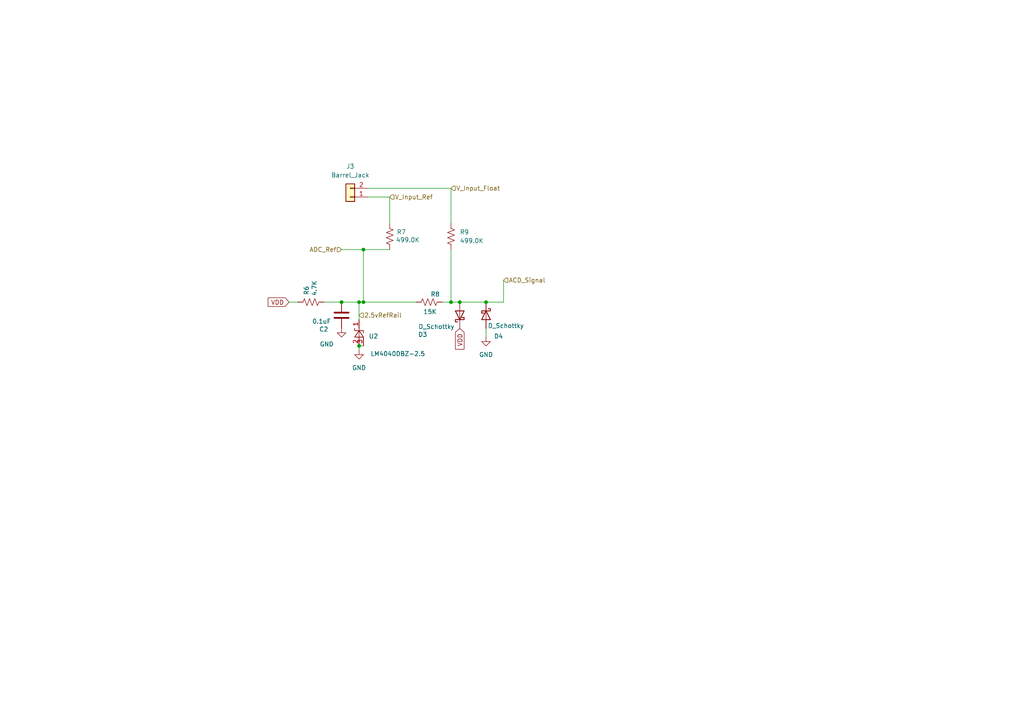
<source format=kicad_sch>
(kicad_sch (version 20250114) (generator "eeschema") (generator_version "9.0")
  (paper "A4")
  (lib_symbols
    (symbol "Connector_Generic:Conn_01x02" (pin_names (offset 1.016) (hide yes))
      (property "Reference" "J" (at 0 2.54 0))
      (property "Value" "Conn_01x02" (at 0 -5.08 0))
      (symbol "Conn_01x02_1_1"
        (rectangle (start -1.27 1.27) (end 1.27 -3.81) (stroke (width 0.254)) (fill (type background)))
        (rectangle (start -1.27 0.127) (end 0 -0.127) (stroke (width 0.1524)))
        (rectangle (start -1.27 -2.413) (end 0 -2.667) (stroke (width 0.1524)))
        (pin passive line (at -5.08 0 0) (length 3.81) (name "Pin_1") (number "1"))
        (pin passive line (at -5.08 -2.54 0) (length 3.81) (name "Pin_2") (number "2"))
      )
    )
    (symbol "Device:C" (pin_numbers (hide yes)) (pin_names (offset 0.254))
      (property "Reference" "C" (at 0.635 2.54 0))
      (property "Value" "C" (at 0.635 -2.54 0))
      (symbol "C_0_1"
        (polyline (pts (xy -2.032 0.762) (xy 2.032 0.762)) (stroke (width 0.508)))
        (polyline (pts (xy -2.032 -0.762) (xy 2.032 -0.762)) (stroke (width 0.508)))
      )
      (symbol "C_1_1"
        (pin passive line (at 0 3.81 270) (length 2.794) (name "~") (number "1"))
        (pin passive line (at 0 -3.81 90) (length 2.794) (name "~") (number "2"))
      )
    )
    (symbol "Device:D_Schottky" (pin_numbers (hide yes)) (pin_names (offset 1.016) (hide yes))
      (property "Reference" "D" (at 0 2.54 0))
      (property "Value" "D_Schottky" (at 0 -2.54 0))
      (symbol "D_Schottky_0_1"
        (polyline (pts (xy -1.905 0.635) (xy -1.905 1.27) (xy -1.27 1.27) (xy -1.27 -1.27) (xy -0.635 -1.27) (xy -0.635 -0.635)) (stroke (width 0.254)))
        (polyline (pts (xy 1.27 1.27) (xy 1.27 -1.27) (xy -1.27 0) (xy 1.27 1.27)) (stroke (width 0.254)))
        (polyline (pts (xy 1.27 0) (xy -1.27 0)))
      )
      (symbol "D_Schottky_1_1"
        (pin passive line (at -3.81 0 0) (length 2.54) (name "K") (number "1"))
        (pin passive line (at 3.81 0 180) (length 2.54) (name "A") (number "2"))
      )
    )
    (symbol "Device:R_US" (pin_numbers (hide yes)) (pin_names (offset 0))
      (property "Reference" "R" (at 2.54 0 90))
      (property "Value" "R_US" (at -2.54 0 90))
      (symbol "R_US_0_1"
        (polyline (pts (xy 0 2.286) (xy 0 2.54)))
        (polyline (pts (xy 0 2.286) (xy 1.016 1.905) (xy 0 1.524) (xy -1.016 1.143) (xy 0 0.762)))
        (polyline (pts (xy 0 0.762) (xy 1.016 0.381) (xy 0 0) (xy -1.016 -0.381) (xy 0 -0.762)))
        (polyline (pts (xy 0 -0.762) (xy 1.016 -1.143) (xy 0 -1.524) (xy -1.016 -1.905) (xy 0 -2.286)))
        (polyline (pts (xy 0 -2.286) (xy 0 -2.54)))
      )
      (symbol "R_US_1_1"
        (pin passive line (at 0 3.81 270) (length 1.27) (name "~") (number "1"))
        (pin passive line (at 0 -3.81 90) (length 1.27) (name "~") (number "2"))
      )
    )
    (symbol "Reference_Voltage:LM4040DBZ-2.5" (pin_names (offset 0.0254) (hide yes))
      (property "Reference" "U10" (at -1.778 7.112 90))
      (property "Value" "LM4040DBZ-2.5" (at -4.572 17.018 90))
      (symbol "LM4040DBZ-2.5_0_1"
        (polyline (pts (xy -1.27 0) (xy 0 0) (xy 1.27 0)))
        (polyline (pts (xy -1.27 -1.27) (xy 0.635 0) (xy -1.27 1.27) (xy -1.27 -1.27)) (stroke (width 0.2032)))
        (polyline (pts (xy 0 -1.27) (xy 0.635 -1.27) (xy 0.635 1.27) (xy 1.27 1.27)) (stroke (width 0.2032)))
      )
      (symbol "LM4040DBZ-2.5_1_1"
        (pin passive line (at -3.81 0 0) (length 2.54) (name "A") (number "2"))
        (pin input line (at -3.81 -1.27 0) (length 2.54) (name "nc_(gnd)") (number "3"))
        (pin passive line (at 3.81 0 180) (length 2.54) (name "K") (number "1"))
      )
    )
    (symbol "power:GND" (power) (pin_names (offset 0))
      (property "Value" "GND" (at 0 -3.81 0))
      (symbol "GND_0_1"
        (polyline (pts (xy 0 0) (xy 0 -1.27) (xy 1.27 -1.27) (xy 0 -2.54) (xy -1.27 -1.27) (xy 0 -1.27)))
      )
      (symbol "GND_1_1"
        (pin power_in line (at 0 0 270) (length 0) (hide yes) (name "GND") (number "1"))
      )
    )
  )
  (junction (at 133.35 87.63))
  (junction (at 104.14 100.33))
  (junction (at 130.81 87.63))
  (junction (at 99.06 87.63))
  (junction (at 140.97 87.63))
  (junction (at 105.41 87.63))
  (junction (at 105.41 72.39))
  (junction (at 104.14 87.63))
  (wire (pts (xy 130.81 72.39) (xy 130.81 87.63)))
  (wire (pts (xy 113.03 57.15) (xy 113.03 64.77)))
  (wire (pts (xy 106.68 54.61) (xy 130.81 54.61)))
  (wire (pts (xy 104.14 101.6) (xy 104.14 100.33)))
  (wire (pts (xy 146.05 81.28) (xy 146.05 87.63)))
  (wire (pts (xy 86.36 87.63) (xy 83.82 87.63)))
  (wire (pts (xy 130.81 87.63) (xy 133.35 87.63)))
  (wire (pts (xy 93.98 87.63) (xy 99.06 87.63)))
  (wire (pts (xy 130.81 54.61) (xy 130.81 64.77)))
  (wire (pts (xy 99.06 72.39) (xy 105.41 72.39)))
  (wire (pts (xy 128.27 87.63) (xy 130.81 87.63)))
  (wire (pts (xy 140.97 87.63) (xy 146.05 87.63)))
  (wire (pts (xy 106.68 57.15) (xy 113.03 57.15)))
  (wire (pts (xy 105.41 72.39) (xy 113.03 72.39)))
  (wire (pts (xy 99.06 87.63) (xy 104.14 87.63)))
  (wire (pts (xy 140.97 95.25) (xy 140.97 97.79)))
  (wire (pts (xy 105.41 87.63) (xy 120.65 87.63)))
  (wire (pts (xy 133.35 87.63) (xy 140.97 87.63)))
  (wire (pts (xy 105.41 72.39) (xy 105.41 87.63)))
  (wire (pts (xy 104.14 100.33) (xy 105.41 100.33)))
  (wire (pts (xy 104.14 92.71) (xy 104.14 87.63)))
  (wire (pts (xy 104.14 87.63) (xy 105.41 87.63)))
  (global_label "VDD" (shape input) (at 83.82 87.63 180) (property "Intersheetrefs" "${INTERSHEET_REFS}" (effects (hide yes))))
  (global_label "VDD" (shape input) (at 133.35 95.25 270) (property "Intersheetrefs" "${INTERSHEET_REFS}" (effects (hide yes))))
  (hierarchical_label "2.5vRefRail" (shape input) (at 104.14 91.44 0))
  (hierarchical_label "V_Input_Float" (shape input) (at 130.81 54.61 0))
  (hierarchical_label "ADC_Ref" (shape input) (at 99.06 72.39 180))
  (hierarchical_label "V_Input_Ref" (shape input) (at 113.03 57.15 0))
  (hierarchical_label "ACD_Signal" (shape input) (at 146.05 81.28 0))
  (symbol (lib_id "Device:R_US") (at 130.81 68.58 0) (unit 1)
    (property "Reference" "R5" (at 133.35 67.3099 0) (effects (justify left)))
    (property "Value" "499.0K" (at 133.35 69.8499 0) (effects (justify left)))
    (property "Footprint" "Resistor_SMD:R_0805_2012Metric_Pad1.20x1.40mm_HandSolder" (effects (hide yes)))
    (property "Description" "Resistor, US symbol" (effects (hide yes)))
    (property "ValueTemp" "75K" (effects (hide yes)))
    (property "Function" "V Signal Divider" (effects (hide yes)))
    (instances (project "VoltmeterFrontEnd_PlainCircuit" (path "" (reference "R9") (unit 1)) (path "" (reference "R5") (unit 1))))
  )
  (symbol (lib_id "Device:R_US") (at 90.17 87.63 90) (unit 1)
    (property "Reference" "R2" (at 88.9 85.598 0) (effects (justify left)))
    (property "Value" "4.7K" (at 91.186 85.852 0) (effects (justify left)))
    (property "Footprint" "Resistor_SMD:R_0805_2012Metric_Pad1.20x1.40mm_HandSolder" (effects (hide yes)))
    (property "Description" "Resistor, US symbol" (effects (hide yes)))
    (property "ValueTemp" "5K" (effects (hide yes)))
    (property "Function" "Current Limit" (effects (hide yes)))
    (instances (project "VoltmeterFrontEnd_PlainCircuit" (path "" (reference "R6") (unit 1)) (path "" (reference "R2") (unit 1))))
  )
  (symbol (lib_id "Device:D_Schottky") (at 140.97 91.44 270) (unit 1)
    (property "Reference" "D2" (at 143.256 97.536 90) (effects (justify left)))
    (property "Value" "D_Schottky" (at 141.478 94.488 90) (effects (justify left)))
    (property "Footprint" "Diode_SMD:D_SOD-123" (effects (hide yes)))
    (property "Description" "Schottky diode" (effects (hide yes)))
    (property "Function" "Overvoltage Proection" (effects (hide yes)))
    (instances (project "VoltmeterFrontEnd_PlainCircuit" (path "" (reference "D4") (unit 1)) (path "" (reference "D2") (unit 1))))
  )
  (symbol (lib_id "Connector_Generic:Conn_01x02") (at 101.6 57.15 180) (unit 1)
    (property "Reference" "J2" (at 101.6 48.26 0))
    (property "Value" "Barrel_Jack" (at 101.6 50.8 0))
    (property "Footprint" "TerminalBlock_Phoenix:TerminalBlock_Phoenix_MKDS-3-2-5.08_1x02_P5.08mm_Horizontal" (effects (hide yes)))
    (property "Description" "Generic connector, single row, 01x02, script generated (kicad-library-utils/schlib/autogen/connector/)" (effects (hide yes)))
    (property "ValueTemp" "Barrel_Jack" (effects (hide yes)))
    (instances (project "VoltmeterFrontEnd_PlainCircuit" (path "" (reference "J3") (unit 1)) (path "" (reference "J2") (unit 1))))
  )
  (symbol (lib_id "Reference_Voltage:LM4040DBZ-2.5") (at 104.14 96.52 90) (unit 1)
    (property "Reference" "U1" (at 106.934 97.536 90) (effects (justify right)))
    (property "Value" "LM4040DBZ-2.5" (at 107.442 102.616 90) (effects (justify right)))
    (property "Footprint" "Package_TO_SOT_SMD:SOT-23" (effects (hide yes)))
    (property "Datasheet" "http://www.ti.com/lit/ds/symlink/lm4040-n.pdf" (effects (hide yes)))
    (property "Description" "2.500V Precision Micropower Shunt Voltage Reference, SOT-23" (effects (hide yes)))
    (property "Function" "V Reference Control" (effects (hide yes)))
    (instances (project "VoltmeterFrontEnd_PlainCircuit" (path "" (reference "U2") (unit 1)) (path "" (reference "U1") (unit 1))))
  )
  (symbol (lib_id "Device:R_US") (at 124.46 87.63 90) (unit 1)
    (property "Reference" "R4" (at 126.238 85.344 90))
    (property "Value" "15K" (at 124.714 90.424 90))
    (property "Footprint" "Resistor_SMD:R_0805_2012Metric_Pad1.20x1.40mm_HandSolder" (effects (hide yes)))
    (property "Description" "Resistor, US symbol" (effects (hide yes)))
    (property "Function" "V Bridge" (effects (hide yes)))
    (instances (project "VoltmeterFrontEnd_PlainCircuit" (path "" (reference "R8") (unit 1)) (path "" (reference "R4") (unit 1))))
  )
  (symbol (lib_id "Device:D_Schottky") (at 133.35 91.44 90) (unit 1)
    (property "Reference" "D1" (at 123.952 97.028 90) (effects (justify left)))
    (property "Value" "D_Schottky" (at 131.826 94.742 90) (effects (justify left)))
    (property "Footprint" "Diode_SMD:D_SOD-123" (effects (hide yes)))
    (property "Description" "Schottky diode" (effects (hide yes)))
    (property "Function" "Overvoltage Proection" (effects (hide yes)))
    (instances (project "VoltmeterFrontEnd_PlainCircuit" (path "" (reference "D3") (unit 1)) (path "" (reference "D1") (unit 1))))
  )
  (symbol (lib_id "Device:C") (at 99.06 91.44 180) (unit 1)
    (property "Reference" "C1" (at 95.25 95.504 0) (effects (justify left)))
    (property "Value" "0.1uF" (at 96.012 93.218 0) (effects (justify left)))
    (property "Footprint" "Capacitor_SMD:C_0805_2012Metric_Pad1.18x1.45mm_HandSolder" (effects (hide yes)))
    (property "Description" "Unpolarized capacitor" (effects (hide yes)))
    (property "Function" "Voltage Ref Smoothing" (effects (hide yes)))
    (instances (project "VoltmeterFrontEnd_PlainCircuit" (path "" (reference "C2") (unit 1)) (path "" (reference "C1") (unit 1))))
  )
  (symbol (lib_id "power:GND") (at 99.06 95.25 0) (unit 1)
    (property "Reference" "#PWR02" (effects (hide yes)))
    (property "Value" "GND" (at 94.742 99.822 0))
    (property "Description" "Power symbol creates a global label with name \"GND\" , ground" (effects (hide yes)))
    (instances (project "VoltmeterFrontEnd_PlainCircuit" (path "" (reference "#PWR05") (unit 1)) (path "" (reference "#PWR02") (unit 1))))
  )
  (symbol (lib_id "Device:R_US") (at 113.03 68.58 0) (unit 1)
    (property "Reference" "R3" (at 115.062 67.31 0) (effects (justify left)))
    (property "Value" "499.0K" (at 114.808 69.596 0) (effects (justify left)))
    (property "Footprint" "Resistor_SMD:R_0805_2012Metric_Pad1.20x1.40mm_HandSolder" (effects (hide yes)))
    (property "Description" "Resistor, US symbol" (effects (hide yes)))
    (property "Function" "V REF Divider" (effects (hide yes)))
    (instances (project "VoltmeterFrontEnd_PlainCircuit" (path "" (reference "R7") (unit 1)) (path "" (reference "R3") (unit 1))))
  )
  (symbol (lib_id "power:GND") (at 140.97 97.79 0) (unit 1)
    (property "Reference" "#PWR04" (effects (hide yes)))
    (property "Value" "GND" (at 140.97 102.87 0))
    (property "Description" "Power symbol creates a global label with name \"GND\" , ground" (effects (hide yes)))
    (instances (project "VoltmeterFrontEnd_PlainCircuit" (path "" (reference "#PWR07") (unit 1)) (path "" (reference "#PWR04") (unit 1))))
  )
  (symbol (lib_id "power:GND") (at 104.14 101.6 0) (unit 1)
    (property "Reference" "#PWR03" (effects (hide yes)))
    (property "Value" "GND" (at 104.14 106.68 0))
    (property "Description" "Power symbol creates a global label with name \"GND\" , ground" (effects (hide yes)))
    (instances (project "VoltmeterFrontEnd_PlainCircuit" (path "" (reference "#PWR06") (unit 1)) (path "" (reference "#PWR03") (unit 1))))
  )
)
</source>
